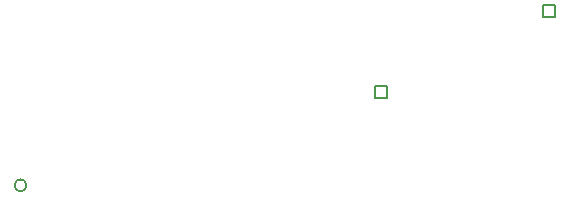
<source format=gbr>
G04*
G04 #@! TF.GenerationSoftware,Altium Limited,Altium Designer,24.9.1 (31)*
G04*
G04 Layer_Color=2752767*
%FSLAX44Y44*%
%MOMM*%
G71*
G04*
G04 #@! TF.SameCoordinates,B653029B-541F-4617-83FB-ACABD9EDAD60*
G04*
G04*
G04 #@! TF.FilePolarity,Positive*
G04*
G01*
G75*
%ADD36C,0.1270*%
%ADD37C,0.1693*%
D36*
X850900Y927100D02*
Y937260D01*
X861060D01*
Y927100D01*
X850900D01*
X708660Y858520D02*
Y868680D01*
X718820D01*
Y858520D01*
X708660D01*
D37*
X414020Y784860D02*
G03*
X414020Y784860I-5080J0D01*
G01*
M02*

</source>
